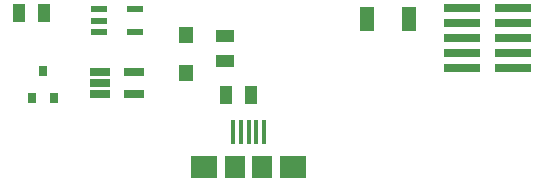
<source format=gtp>
G04*
G04 #@! TF.GenerationSoftware,Altium Limited,Altium Designer,23.0.1 (38)*
G04*
G04 Layer_Color=8421504*
%FSLAX25Y25*%
%MOIN*%
G70*
G04*
G04 #@! TF.SameCoordinates,E0BBA437-4333-49BD-AE1E-3590298AE75E*
G04*
G04*
G04 #@! TF.FilePolarity,Positive*
G04*
G01*
G75*
%ADD19R,0.02756X0.03543*%
%ADD20R,0.12004X0.02913*%
%ADD21R,0.04800X0.05400*%
%ADD22R,0.05559X0.01968*%
%ADD23R,0.06506X0.02756*%
%ADD24R,0.04331X0.06299*%
%ADD25R,0.04724X0.07874*%
%ADD26R,0.06299X0.04331*%
%ADD27R,0.09055X0.07480*%
%ADD28R,0.07087X0.07480*%
%ADD29R,0.01575X0.07874*%
D19*
X43600Y39328D02*
D03*
X47340Y30272D02*
D03*
X39860D02*
D03*
D20*
X183298Y60100D02*
D03*
X200102D02*
D03*
X183298Y55100D02*
D03*
X200102D02*
D03*
X183298Y50100D02*
D03*
X200102D02*
D03*
X183298Y45100D02*
D03*
X200102D02*
D03*
X183298Y40100D02*
D03*
X200102D02*
D03*
D21*
X91200Y38550D02*
D03*
Y51350D02*
D03*
D22*
X74026Y59740D02*
D03*
Y52260D02*
D03*
X62174D02*
D03*
Y56000D02*
D03*
Y59740D02*
D03*
D23*
X62588Y39040D02*
D03*
Y35300D02*
D03*
Y31560D02*
D03*
X74012Y31560D02*
D03*
Y39040D02*
D03*
D24*
X112734Y31300D02*
D03*
X104466D02*
D03*
X43934Y58500D02*
D03*
X35666D02*
D03*
D25*
X151500Y56700D02*
D03*
X165500D02*
D03*
D26*
X104200Y42566D02*
D03*
Y50834D02*
D03*
D27*
X126823Y7089D02*
D03*
X97295D02*
D03*
D28*
X116587D02*
D03*
X107531D02*
D03*
D29*
X106941Y18900D02*
D03*
X109500D02*
D03*
X112059D02*
D03*
X114618D02*
D03*
X117177D02*
D03*
M02*

</source>
